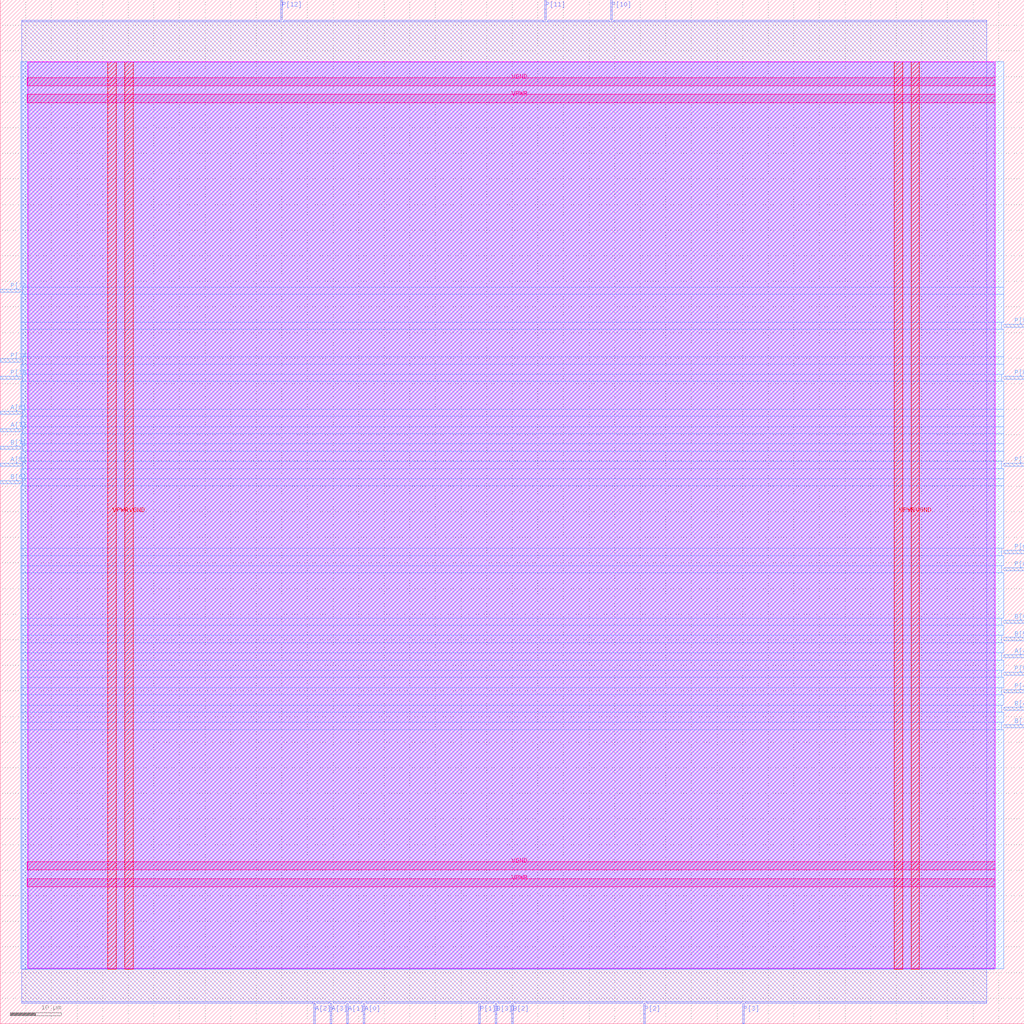
<source format=lef>
VERSION 5.7 ;
  NOWIREEXTENSIONATPIN ON ;
  DIVIDERCHAR "/" ;
  BUSBITCHARS "[]" ;
MACRO mult8_2bits_1op_e17109
  CLASS BLOCK ;
  FOREIGN mult8_2bits_1op_e17109 ;
  ORIGIN 0.000 0.000 ;
  SIZE 200.000 BY 200.000 ;
  PIN A[0]
    DIRECTION INPUT ;
    USE SIGNAL ;
    ANTENNAGATEAREA 0.247500 ;
    PORT
      LAYER met2 ;
        RECT 70.930 0.000 71.210 4.000 ;
    END
  END A[0]
  PIN A[1]
    DIRECTION INPUT ;
    USE SIGNAL ;
    ANTENNAGATEAREA 0.159000 ;
    PORT
      LAYER met2 ;
        RECT 67.710 0.000 67.990 4.000 ;
    END
  END A[1]
  PIN A[2]
    DIRECTION INPUT ;
    USE SIGNAL ;
    ANTENNAGATEAREA 0.196500 ;
    PORT
      LAYER met2 ;
        RECT 61.270 0.000 61.550 4.000 ;
    END
  END A[2]
  PIN A[3]
    DIRECTION INPUT ;
    USE SIGNAL ;
    ANTENNAGATEAREA 0.159000 ;
    PORT
      LAYER met2 ;
        RECT 64.490 0.000 64.770 4.000 ;
    END
  END A[3]
  PIN A[4]
    DIRECTION INPUT ;
    USE SIGNAL ;
    ANTENNAGATEAREA 0.196500 ;
    PORT
      LAYER met3 ;
        RECT 196.000 71.440 200.000 72.040 ;
    END
  END A[4]
  PIN A[5]
    DIRECTION INPUT ;
    USE SIGNAL ;
    ANTENNAGATEAREA 0.213000 ;
    PORT
      LAYER met3 ;
        RECT 0.000 108.840 4.000 109.440 ;
    END
  END A[5]
  PIN A[6]
    DIRECTION INPUT ;
    USE SIGNAL ;
    ANTENNAGATEAREA 0.196500 ;
    PORT
      LAYER met3 ;
        RECT 0.000 119.040 4.000 119.640 ;
    END
  END A[6]
  PIN A[7]
    DIRECTION INPUT ;
    USE SIGNAL ;
    ANTENNAGATEAREA 0.159000 ;
    PORT
      LAYER met3 ;
        RECT 0.000 115.640 4.000 116.240 ;
    END
  END A[7]
  PIN B[0]
    DIRECTION INPUT ;
    USE SIGNAL ;
    ANTENNAGATEAREA 0.159000 ;
    PORT
      LAYER met3 ;
        RECT 196.000 78.240 200.000 78.840 ;
    END
  END B[0]
  PIN B[1]
    DIRECTION INPUT ;
    USE SIGNAL ;
    ANTENNAGATEAREA 0.495000 ;
    PORT
      LAYER met3 ;
        RECT 196.000 57.840 200.000 58.440 ;
    END
  END B[1]
  PIN B[2]
    DIRECTION INPUT ;
    USE SIGNAL ;
    ANTENNAGATEAREA 0.213000 ;
    PORT
      LAYER met2 ;
        RECT 99.910 0.000 100.190 4.000 ;
    END
  END B[2]
  PIN B[3]
    DIRECTION INPUT ;
    USE SIGNAL ;
    ANTENNAGATEAREA 0.196500 ;
    PORT
      LAYER met2 ;
        RECT 96.690 0.000 96.970 4.000 ;
    END
  END B[3]
  PIN B[4]
    DIRECTION INPUT ;
    USE SIGNAL ;
    ANTENNAGATEAREA 0.213000 ;
    PORT
      LAYER met3 ;
        RECT 196.000 61.240 200.000 61.840 ;
    END
  END B[4]
  PIN B[5]
    DIRECTION INPUT ;
    USE SIGNAL ;
    ANTENNAGATEAREA 0.495000 ;
    PORT
      LAYER met3 ;
        RECT 196.000 74.840 200.000 75.440 ;
    END
  END B[5]
  PIN B[6]
    DIRECTION INPUT ;
    USE SIGNAL ;
    ANTENNAGATEAREA 0.213000 ;
    PORT
      LAYER met3 ;
        RECT 0.000 105.440 4.000 106.040 ;
    END
  END B[6]
  PIN B[7]
    DIRECTION INPUT ;
    USE SIGNAL ;
    ANTENNAGATEAREA 0.196500 ;
    PORT
      LAYER met3 ;
        RECT 0.000 112.240 4.000 112.840 ;
    END
  END B[7]
  PIN P[0]
    DIRECTION OUTPUT ;
    USE SIGNAL ;
    ANTENNADIFFAREA 0.445500 ;
    PORT
      LAYER met3 ;
        RECT 196.000 88.440 200.000 89.040 ;
    END
  END P[0]
  PIN P[10]
    DIRECTION OUTPUT ;
    USE SIGNAL ;
    ANTENNADIFFAREA 1.336500 ;
    PORT
      LAYER met2 ;
        RECT 119.230 196.000 119.510 200.000 ;
    END
  END P[10]
  PIN P[11]
    DIRECTION OUTPUT ;
    USE SIGNAL ;
    ANTENNADIFFAREA 1.336500 ;
    PORT
      LAYER met2 ;
        RECT 106.350 196.000 106.630 200.000 ;
    END
  END P[11]
  PIN P[12]
    DIRECTION OUTPUT ;
    USE SIGNAL ;
    ANTENNADIFFAREA 1.336500 ;
    PORT
      LAYER met2 ;
        RECT 54.830 196.000 55.110 200.000 ;
    END
  END P[12]
  PIN P[13]
    DIRECTION OUTPUT ;
    USE SIGNAL ;
    ANTENNADIFFAREA 1.336500 ;
    PORT
      LAYER met3 ;
        RECT 0.000 142.840 4.000 143.440 ;
    END
  END P[13]
  PIN P[14]
    DIRECTION OUTPUT ;
    USE SIGNAL ;
    ANTENNADIFFAREA 1.336500 ;
    PORT
      LAYER met3 ;
        RECT 0.000 129.240 4.000 129.840 ;
    END
  END P[14]
  PIN P[15]
    DIRECTION OUTPUT ;
    USE SIGNAL ;
    ANTENNADIFFAREA 1.336500 ;
    PORT
      LAYER met3 ;
        RECT 0.000 125.840 4.000 126.440 ;
    END
  END P[15]
  PIN P[1]
    DIRECTION OUTPUT ;
    USE SIGNAL ;
    ANTENNADIFFAREA 0.445500 ;
    PORT
      LAYER met2 ;
        RECT 93.470 0.000 93.750 4.000 ;
    END
  END P[1]
  PIN P[2]
    DIRECTION OUTPUT ;
    USE SIGNAL ;
    ANTENNADIFFAREA 0.445500 ;
    PORT
      LAYER met2 ;
        RECT 125.670 0.000 125.950 4.000 ;
    END
  END P[2]
  PIN P[3]
    DIRECTION OUTPUT ;
    USE SIGNAL ;
    ANTENNADIFFAREA 0.445500 ;
    PORT
      LAYER met2 ;
        RECT 144.990 0.000 145.270 4.000 ;
    END
  END P[3]
  PIN P[4]
    DIRECTION OUTPUT ;
    USE SIGNAL ;
    ANTENNADIFFAREA 0.445500 ;
    PORT
      LAYER met3 ;
        RECT 196.000 64.640 200.000 65.240 ;
    END
  END P[4]
  PIN P[5]
    DIRECTION OUTPUT ;
    USE SIGNAL ;
    ANTENNADIFFAREA 0.445500 ;
    PORT
      LAYER met3 ;
        RECT 196.000 68.040 200.000 68.640 ;
    END
  END P[5]
  PIN P[6]
    DIRECTION OUTPUT ;
    USE SIGNAL ;
    ANTENNADIFFAREA 1.782000 ;
    PORT
      LAYER met3 ;
        RECT 196.000 91.840 200.000 92.440 ;
    END
  END P[6]
  PIN P[7]
    DIRECTION OUTPUT ;
    USE SIGNAL ;
    ANTENNADIFFAREA 1.782000 ;
    PORT
      LAYER met3 ;
        RECT 196.000 108.840 200.000 109.440 ;
    END
  END P[7]
  PIN P[8]
    DIRECTION OUTPUT ;
    USE SIGNAL ;
    ANTENNADIFFAREA 1.336500 ;
    PORT
      LAYER met3 ;
        RECT 196.000 125.840 200.000 126.440 ;
    END
  END P[8]
  PIN P[9]
    DIRECTION OUTPUT ;
    USE SIGNAL ;
    ANTENNADIFFAREA 1.336500 ;
    PORT
      LAYER met3 ;
        RECT 196.000 136.040 200.000 136.640 ;
    END
  END P[9]
  PIN VGND
    DIRECTION INOUT ;
    USE GROUND ;
    PORT
      LAYER met4 ;
        RECT 24.340 10.640 25.940 187.920 ;
    END
    PORT
      LAYER met4 ;
        RECT 177.940 10.640 179.540 187.920 ;
    END
    PORT
      LAYER met5 ;
        RECT 5.280 30.030 194.360 31.630 ;
    END
    PORT
      LAYER met5 ;
        RECT 5.280 183.210 194.360 184.810 ;
    END
  END VGND
  PIN VPWR
    DIRECTION INOUT ;
    USE POWER ;
    PORT
      LAYER met4 ;
        RECT 21.040 10.640 22.640 187.920 ;
    END
    PORT
      LAYER met4 ;
        RECT 174.640 10.640 176.240 187.920 ;
    END
    PORT
      LAYER met5 ;
        RECT 5.280 26.730 194.360 28.330 ;
    END
    PORT
      LAYER met5 ;
        RECT 5.280 179.910 194.360 181.510 ;
    END
  END VPWR
  OBS
      LAYER nwell ;
        RECT 5.330 10.795 194.310 187.870 ;
      LAYER li1 ;
        RECT 5.520 10.795 194.120 187.765 ;
      LAYER met1 ;
        RECT 4.210 10.640 194.120 187.920 ;
      LAYER met2 ;
        RECT 4.230 195.720 54.550 196.000 ;
        RECT 55.390 195.720 106.070 196.000 ;
        RECT 106.910 195.720 118.950 196.000 ;
        RECT 119.790 195.720 192.650 196.000 ;
        RECT 4.230 4.280 192.650 195.720 ;
        RECT 4.230 4.000 60.990 4.280 ;
        RECT 61.830 4.000 64.210 4.280 ;
        RECT 65.050 4.000 67.430 4.280 ;
        RECT 68.270 4.000 70.650 4.280 ;
        RECT 71.490 4.000 93.190 4.280 ;
        RECT 94.030 4.000 96.410 4.280 ;
        RECT 97.250 4.000 99.630 4.280 ;
        RECT 100.470 4.000 125.390 4.280 ;
        RECT 126.230 4.000 144.710 4.280 ;
        RECT 145.550 4.000 192.650 4.280 ;
      LAYER met3 ;
        RECT 3.990 143.840 196.000 187.845 ;
        RECT 4.400 142.440 196.000 143.840 ;
        RECT 3.990 137.040 196.000 142.440 ;
        RECT 3.990 135.640 195.600 137.040 ;
        RECT 3.990 130.240 196.000 135.640 ;
        RECT 4.400 128.840 196.000 130.240 ;
        RECT 3.990 126.840 196.000 128.840 ;
        RECT 4.400 125.440 195.600 126.840 ;
        RECT 3.990 120.040 196.000 125.440 ;
        RECT 4.400 118.640 196.000 120.040 ;
        RECT 3.990 116.640 196.000 118.640 ;
        RECT 4.400 115.240 196.000 116.640 ;
        RECT 3.990 113.240 196.000 115.240 ;
        RECT 4.400 111.840 196.000 113.240 ;
        RECT 3.990 109.840 196.000 111.840 ;
        RECT 4.400 108.440 195.600 109.840 ;
        RECT 3.990 106.440 196.000 108.440 ;
        RECT 4.400 105.040 196.000 106.440 ;
        RECT 3.990 92.840 196.000 105.040 ;
        RECT 3.990 91.440 195.600 92.840 ;
        RECT 3.990 89.440 196.000 91.440 ;
        RECT 3.990 88.040 195.600 89.440 ;
        RECT 3.990 79.240 196.000 88.040 ;
        RECT 3.990 77.840 195.600 79.240 ;
        RECT 3.990 75.840 196.000 77.840 ;
        RECT 3.990 74.440 195.600 75.840 ;
        RECT 3.990 72.440 196.000 74.440 ;
        RECT 3.990 71.040 195.600 72.440 ;
        RECT 3.990 69.040 196.000 71.040 ;
        RECT 3.990 67.640 195.600 69.040 ;
        RECT 3.990 65.640 196.000 67.640 ;
        RECT 3.990 64.240 195.600 65.640 ;
        RECT 3.990 62.240 196.000 64.240 ;
        RECT 3.990 60.840 195.600 62.240 ;
        RECT 3.990 58.840 196.000 60.840 ;
        RECT 3.990 57.440 195.600 58.840 ;
        RECT 3.990 10.715 196.000 57.440 ;
  END
END mult8_2bits_1op_e17109
END LIBRARY


</source>
